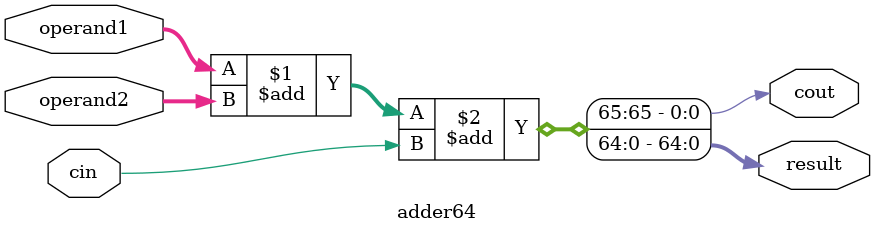
<source format=v>
`timescale 1ns / 1ps

module adder64(
    input  [64:0] operand1,
    input  [64:0] operand2,
    input         cin,
    output [64:0] result,
    output        cout
    );
    assign {cout,result} = operand1 + operand2 + cin;

endmodule

</source>
